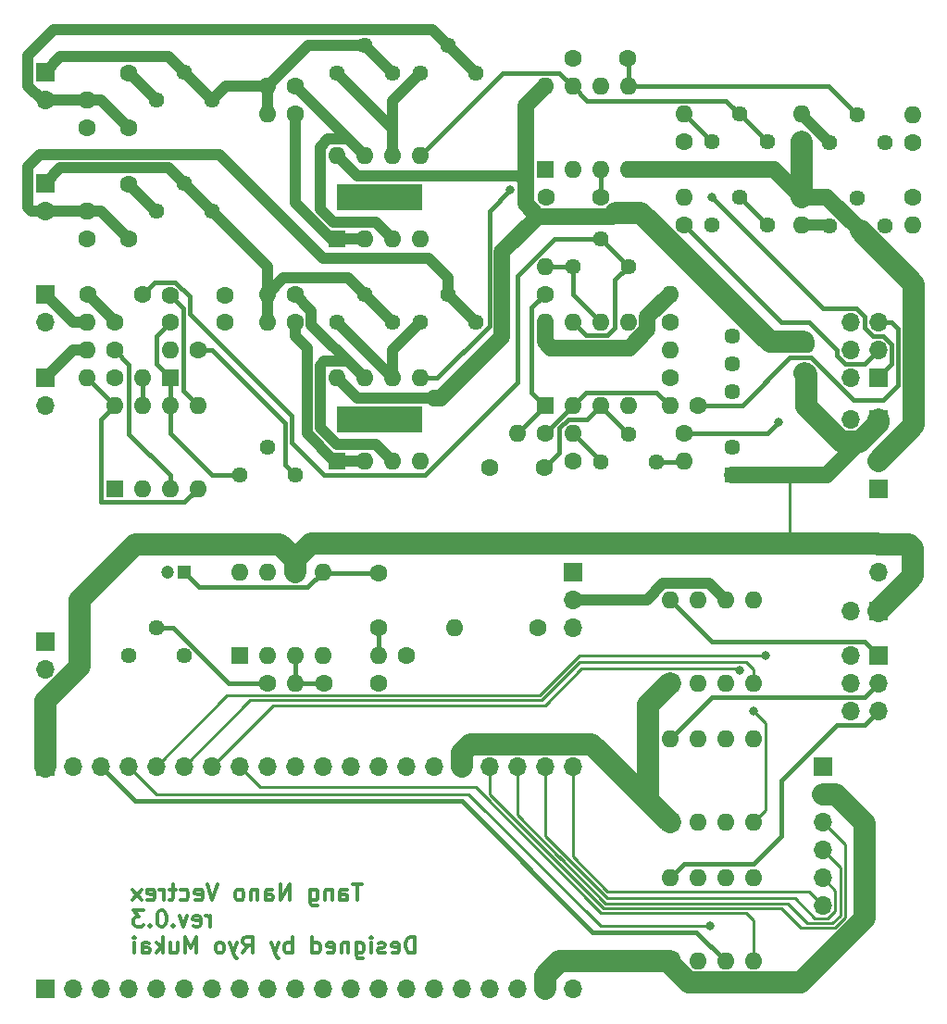
<source format=gbr>
%TF.GenerationSoftware,KiCad,Pcbnew,7.0.7*%
%TF.CreationDate,2023-11-02T14:39:43+09:00*%
%TF.ProjectId,tangnano20k-vectrex,74616e67-6e61-46e6-9f32-306b2d766563,rev?*%
%TF.SameCoordinates,Original*%
%TF.FileFunction,Copper,L2,Bot*%
%TF.FilePolarity,Positive*%
%FSLAX46Y46*%
G04 Gerber Fmt 4.6, Leading zero omitted, Abs format (unit mm)*
G04 Created by KiCad (PCBNEW 7.0.7) date 2023-11-02 14:39:43*
%MOMM*%
%LPD*%
G01*
G04 APERTURE LIST*
%ADD10C,0.300000*%
%TA.AperFunction,NonConductor*%
%ADD11C,0.300000*%
%TD*%
%TA.AperFunction,ComponentPad*%
%ADD12C,1.440000*%
%TD*%
%TA.AperFunction,ComponentPad*%
%ADD13C,1.600000*%
%TD*%
%TA.AperFunction,ComponentPad*%
%ADD14R,1.700000X1.700000*%
%TD*%
%TA.AperFunction,ComponentPad*%
%ADD15O,1.700000X1.700000*%
%TD*%
%TA.AperFunction,ComponentPad*%
%ADD16O,1.600000X1.600000*%
%TD*%
%TA.AperFunction,ComponentPad*%
%ADD17R,1.600000X1.600000*%
%TD*%
%TA.AperFunction,ComponentPad*%
%ADD18R,1.450000X1.450000*%
%TD*%
%TA.AperFunction,ComponentPad*%
%ADD19C,1.450000*%
%TD*%
%TA.AperFunction,ComponentPad*%
%ADD20R,7.874000X2.413000*%
%TD*%
%TA.AperFunction,ComponentPad*%
%ADD21R,1.200000X1.200000*%
%TD*%
%TA.AperFunction,ComponentPad*%
%ADD22C,1.200000*%
%TD*%
%TA.AperFunction,ViaPad*%
%ADD23C,0.800000*%
%TD*%
%TA.AperFunction,Conductor*%
%ADD24C,2.000000*%
%TD*%
%TA.AperFunction,Conductor*%
%ADD25C,1.500000*%
%TD*%
%TA.AperFunction,Conductor*%
%ADD26C,0.250000*%
%TD*%
%TA.AperFunction,Conductor*%
%ADD27C,1.000000*%
%TD*%
%TA.AperFunction,Conductor*%
%ADD28C,0.400000*%
%TD*%
G04 APERTURE END LIST*
D10*
D11*
X31500224Y-79322828D02*
X30643082Y-79322828D01*
X31071653Y-80822828D02*
X31071653Y-79322828D01*
X29500225Y-80822828D02*
X29500225Y-80037114D01*
X29500225Y-80037114D02*
X29571653Y-79894257D01*
X29571653Y-79894257D02*
X29714510Y-79822828D01*
X29714510Y-79822828D02*
X30000225Y-79822828D01*
X30000225Y-79822828D02*
X30143082Y-79894257D01*
X29500225Y-80751400D02*
X29643082Y-80822828D01*
X29643082Y-80822828D02*
X30000225Y-80822828D01*
X30000225Y-80822828D02*
X30143082Y-80751400D01*
X30143082Y-80751400D02*
X30214510Y-80608542D01*
X30214510Y-80608542D02*
X30214510Y-80465685D01*
X30214510Y-80465685D02*
X30143082Y-80322828D01*
X30143082Y-80322828D02*
X30000225Y-80251400D01*
X30000225Y-80251400D02*
X29643082Y-80251400D01*
X29643082Y-80251400D02*
X29500225Y-80179971D01*
X28785939Y-79822828D02*
X28785939Y-80822828D01*
X28785939Y-79965685D02*
X28714510Y-79894257D01*
X28714510Y-79894257D02*
X28571653Y-79822828D01*
X28571653Y-79822828D02*
X28357367Y-79822828D01*
X28357367Y-79822828D02*
X28214510Y-79894257D01*
X28214510Y-79894257D02*
X28143082Y-80037114D01*
X28143082Y-80037114D02*
X28143082Y-80822828D01*
X26785939Y-79822828D02*
X26785939Y-81037114D01*
X26785939Y-81037114D02*
X26857367Y-81179971D01*
X26857367Y-81179971D02*
X26928796Y-81251400D01*
X26928796Y-81251400D02*
X27071653Y-81322828D01*
X27071653Y-81322828D02*
X27285939Y-81322828D01*
X27285939Y-81322828D02*
X27428796Y-81251400D01*
X26785939Y-80751400D02*
X26928796Y-80822828D01*
X26928796Y-80822828D02*
X27214510Y-80822828D01*
X27214510Y-80822828D02*
X27357367Y-80751400D01*
X27357367Y-80751400D02*
X27428796Y-80679971D01*
X27428796Y-80679971D02*
X27500224Y-80537114D01*
X27500224Y-80537114D02*
X27500224Y-80108542D01*
X27500224Y-80108542D02*
X27428796Y-79965685D01*
X27428796Y-79965685D02*
X27357367Y-79894257D01*
X27357367Y-79894257D02*
X27214510Y-79822828D01*
X27214510Y-79822828D02*
X26928796Y-79822828D01*
X26928796Y-79822828D02*
X26785939Y-79894257D01*
X24928796Y-80822828D02*
X24928796Y-79322828D01*
X24928796Y-79322828D02*
X24071653Y-80822828D01*
X24071653Y-80822828D02*
X24071653Y-79322828D01*
X22714510Y-80822828D02*
X22714510Y-80037114D01*
X22714510Y-80037114D02*
X22785938Y-79894257D01*
X22785938Y-79894257D02*
X22928795Y-79822828D01*
X22928795Y-79822828D02*
X23214510Y-79822828D01*
X23214510Y-79822828D02*
X23357367Y-79894257D01*
X22714510Y-80751400D02*
X22857367Y-80822828D01*
X22857367Y-80822828D02*
X23214510Y-80822828D01*
X23214510Y-80822828D02*
X23357367Y-80751400D01*
X23357367Y-80751400D02*
X23428795Y-80608542D01*
X23428795Y-80608542D02*
X23428795Y-80465685D01*
X23428795Y-80465685D02*
X23357367Y-80322828D01*
X23357367Y-80322828D02*
X23214510Y-80251400D01*
X23214510Y-80251400D02*
X22857367Y-80251400D01*
X22857367Y-80251400D02*
X22714510Y-80179971D01*
X22000224Y-79822828D02*
X22000224Y-80822828D01*
X22000224Y-79965685D02*
X21928795Y-79894257D01*
X21928795Y-79894257D02*
X21785938Y-79822828D01*
X21785938Y-79822828D02*
X21571652Y-79822828D01*
X21571652Y-79822828D02*
X21428795Y-79894257D01*
X21428795Y-79894257D02*
X21357367Y-80037114D01*
X21357367Y-80037114D02*
X21357367Y-80822828D01*
X20428795Y-80822828D02*
X20571652Y-80751400D01*
X20571652Y-80751400D02*
X20643081Y-80679971D01*
X20643081Y-80679971D02*
X20714509Y-80537114D01*
X20714509Y-80537114D02*
X20714509Y-80108542D01*
X20714509Y-80108542D02*
X20643081Y-79965685D01*
X20643081Y-79965685D02*
X20571652Y-79894257D01*
X20571652Y-79894257D02*
X20428795Y-79822828D01*
X20428795Y-79822828D02*
X20214509Y-79822828D01*
X20214509Y-79822828D02*
X20071652Y-79894257D01*
X20071652Y-79894257D02*
X20000224Y-79965685D01*
X20000224Y-79965685D02*
X19928795Y-80108542D01*
X19928795Y-80108542D02*
X19928795Y-80537114D01*
X19928795Y-80537114D02*
X20000224Y-80679971D01*
X20000224Y-80679971D02*
X20071652Y-80751400D01*
X20071652Y-80751400D02*
X20214509Y-80822828D01*
X20214509Y-80822828D02*
X20428795Y-80822828D01*
X18357366Y-79322828D02*
X17857366Y-80822828D01*
X17857366Y-80822828D02*
X17357366Y-79322828D01*
X16285938Y-80751400D02*
X16428795Y-80822828D01*
X16428795Y-80822828D02*
X16714510Y-80822828D01*
X16714510Y-80822828D02*
X16857367Y-80751400D01*
X16857367Y-80751400D02*
X16928795Y-80608542D01*
X16928795Y-80608542D02*
X16928795Y-80037114D01*
X16928795Y-80037114D02*
X16857367Y-79894257D01*
X16857367Y-79894257D02*
X16714510Y-79822828D01*
X16714510Y-79822828D02*
X16428795Y-79822828D01*
X16428795Y-79822828D02*
X16285938Y-79894257D01*
X16285938Y-79894257D02*
X16214510Y-80037114D01*
X16214510Y-80037114D02*
X16214510Y-80179971D01*
X16214510Y-80179971D02*
X16928795Y-80322828D01*
X14928796Y-80751400D02*
X15071653Y-80822828D01*
X15071653Y-80822828D02*
X15357367Y-80822828D01*
X15357367Y-80822828D02*
X15500224Y-80751400D01*
X15500224Y-80751400D02*
X15571653Y-80679971D01*
X15571653Y-80679971D02*
X15643081Y-80537114D01*
X15643081Y-80537114D02*
X15643081Y-80108542D01*
X15643081Y-80108542D02*
X15571653Y-79965685D01*
X15571653Y-79965685D02*
X15500224Y-79894257D01*
X15500224Y-79894257D02*
X15357367Y-79822828D01*
X15357367Y-79822828D02*
X15071653Y-79822828D01*
X15071653Y-79822828D02*
X14928796Y-79894257D01*
X14500224Y-79822828D02*
X13928796Y-79822828D01*
X14285939Y-79322828D02*
X14285939Y-80608542D01*
X14285939Y-80608542D02*
X14214510Y-80751400D01*
X14214510Y-80751400D02*
X14071653Y-80822828D01*
X14071653Y-80822828D02*
X13928796Y-80822828D01*
X13428796Y-80822828D02*
X13428796Y-79822828D01*
X13428796Y-80108542D02*
X13357367Y-79965685D01*
X13357367Y-79965685D02*
X13285939Y-79894257D01*
X13285939Y-79894257D02*
X13143081Y-79822828D01*
X13143081Y-79822828D02*
X13000224Y-79822828D01*
X11928796Y-80751400D02*
X12071653Y-80822828D01*
X12071653Y-80822828D02*
X12357368Y-80822828D01*
X12357368Y-80822828D02*
X12500225Y-80751400D01*
X12500225Y-80751400D02*
X12571653Y-80608542D01*
X12571653Y-80608542D02*
X12571653Y-80037114D01*
X12571653Y-80037114D02*
X12500225Y-79894257D01*
X12500225Y-79894257D02*
X12357368Y-79822828D01*
X12357368Y-79822828D02*
X12071653Y-79822828D01*
X12071653Y-79822828D02*
X11928796Y-79894257D01*
X11928796Y-79894257D02*
X11857368Y-80037114D01*
X11857368Y-80037114D02*
X11857368Y-80179971D01*
X11857368Y-80179971D02*
X12571653Y-80322828D01*
X11357368Y-80822828D02*
X10571654Y-79822828D01*
X11357368Y-79822828D02*
X10571654Y-80822828D01*
X17643081Y-83237828D02*
X17643081Y-82237828D01*
X17643081Y-82523542D02*
X17571652Y-82380685D01*
X17571652Y-82380685D02*
X17500224Y-82309257D01*
X17500224Y-82309257D02*
X17357366Y-82237828D01*
X17357366Y-82237828D02*
X17214509Y-82237828D01*
X16143081Y-83166400D02*
X16285938Y-83237828D01*
X16285938Y-83237828D02*
X16571653Y-83237828D01*
X16571653Y-83237828D02*
X16714510Y-83166400D01*
X16714510Y-83166400D02*
X16785938Y-83023542D01*
X16785938Y-83023542D02*
X16785938Y-82452114D01*
X16785938Y-82452114D02*
X16714510Y-82309257D01*
X16714510Y-82309257D02*
X16571653Y-82237828D01*
X16571653Y-82237828D02*
X16285938Y-82237828D01*
X16285938Y-82237828D02*
X16143081Y-82309257D01*
X16143081Y-82309257D02*
X16071653Y-82452114D01*
X16071653Y-82452114D02*
X16071653Y-82594971D01*
X16071653Y-82594971D02*
X16785938Y-82737828D01*
X15571653Y-82237828D02*
X15214510Y-83237828D01*
X15214510Y-83237828D02*
X14857367Y-82237828D01*
X14285939Y-83094971D02*
X14214510Y-83166400D01*
X14214510Y-83166400D02*
X14285939Y-83237828D01*
X14285939Y-83237828D02*
X14357367Y-83166400D01*
X14357367Y-83166400D02*
X14285939Y-83094971D01*
X14285939Y-83094971D02*
X14285939Y-83237828D01*
X13285938Y-81737828D02*
X13143081Y-81737828D01*
X13143081Y-81737828D02*
X13000224Y-81809257D01*
X13000224Y-81809257D02*
X12928796Y-81880685D01*
X12928796Y-81880685D02*
X12857367Y-82023542D01*
X12857367Y-82023542D02*
X12785938Y-82309257D01*
X12785938Y-82309257D02*
X12785938Y-82666400D01*
X12785938Y-82666400D02*
X12857367Y-82952114D01*
X12857367Y-82952114D02*
X12928796Y-83094971D01*
X12928796Y-83094971D02*
X13000224Y-83166400D01*
X13000224Y-83166400D02*
X13143081Y-83237828D01*
X13143081Y-83237828D02*
X13285938Y-83237828D01*
X13285938Y-83237828D02*
X13428796Y-83166400D01*
X13428796Y-83166400D02*
X13500224Y-83094971D01*
X13500224Y-83094971D02*
X13571653Y-82952114D01*
X13571653Y-82952114D02*
X13643081Y-82666400D01*
X13643081Y-82666400D02*
X13643081Y-82309257D01*
X13643081Y-82309257D02*
X13571653Y-82023542D01*
X13571653Y-82023542D02*
X13500224Y-81880685D01*
X13500224Y-81880685D02*
X13428796Y-81809257D01*
X13428796Y-81809257D02*
X13285938Y-81737828D01*
X12143082Y-83094971D02*
X12071653Y-83166400D01*
X12071653Y-83166400D02*
X12143082Y-83237828D01*
X12143082Y-83237828D02*
X12214510Y-83166400D01*
X12214510Y-83166400D02*
X12143082Y-83094971D01*
X12143082Y-83094971D02*
X12143082Y-83237828D01*
X11571653Y-81737828D02*
X10643081Y-81737828D01*
X10643081Y-81737828D02*
X11143081Y-82309257D01*
X11143081Y-82309257D02*
X10928796Y-82309257D01*
X10928796Y-82309257D02*
X10785939Y-82380685D01*
X10785939Y-82380685D02*
X10714510Y-82452114D01*
X10714510Y-82452114D02*
X10643081Y-82594971D01*
X10643081Y-82594971D02*
X10643081Y-82952114D01*
X10643081Y-82952114D02*
X10714510Y-83094971D01*
X10714510Y-83094971D02*
X10785939Y-83166400D01*
X10785939Y-83166400D02*
X10928796Y-83237828D01*
X10928796Y-83237828D02*
X11357367Y-83237828D01*
X11357367Y-83237828D02*
X11500224Y-83166400D01*
X11500224Y-83166400D02*
X11571653Y-83094971D01*
X36357369Y-85652828D02*
X36357369Y-84152828D01*
X36357369Y-84152828D02*
X36000226Y-84152828D01*
X36000226Y-84152828D02*
X35785940Y-84224257D01*
X35785940Y-84224257D02*
X35643083Y-84367114D01*
X35643083Y-84367114D02*
X35571654Y-84509971D01*
X35571654Y-84509971D02*
X35500226Y-84795685D01*
X35500226Y-84795685D02*
X35500226Y-85009971D01*
X35500226Y-85009971D02*
X35571654Y-85295685D01*
X35571654Y-85295685D02*
X35643083Y-85438542D01*
X35643083Y-85438542D02*
X35785940Y-85581400D01*
X35785940Y-85581400D02*
X36000226Y-85652828D01*
X36000226Y-85652828D02*
X36357369Y-85652828D01*
X34285940Y-85581400D02*
X34428797Y-85652828D01*
X34428797Y-85652828D02*
X34714512Y-85652828D01*
X34714512Y-85652828D02*
X34857369Y-85581400D01*
X34857369Y-85581400D02*
X34928797Y-85438542D01*
X34928797Y-85438542D02*
X34928797Y-84867114D01*
X34928797Y-84867114D02*
X34857369Y-84724257D01*
X34857369Y-84724257D02*
X34714512Y-84652828D01*
X34714512Y-84652828D02*
X34428797Y-84652828D01*
X34428797Y-84652828D02*
X34285940Y-84724257D01*
X34285940Y-84724257D02*
X34214512Y-84867114D01*
X34214512Y-84867114D02*
X34214512Y-85009971D01*
X34214512Y-85009971D02*
X34928797Y-85152828D01*
X33643083Y-85581400D02*
X33500226Y-85652828D01*
X33500226Y-85652828D02*
X33214512Y-85652828D01*
X33214512Y-85652828D02*
X33071655Y-85581400D01*
X33071655Y-85581400D02*
X33000226Y-85438542D01*
X33000226Y-85438542D02*
X33000226Y-85367114D01*
X33000226Y-85367114D02*
X33071655Y-85224257D01*
X33071655Y-85224257D02*
X33214512Y-85152828D01*
X33214512Y-85152828D02*
X33428798Y-85152828D01*
X33428798Y-85152828D02*
X33571655Y-85081400D01*
X33571655Y-85081400D02*
X33643083Y-84938542D01*
X33643083Y-84938542D02*
X33643083Y-84867114D01*
X33643083Y-84867114D02*
X33571655Y-84724257D01*
X33571655Y-84724257D02*
X33428798Y-84652828D01*
X33428798Y-84652828D02*
X33214512Y-84652828D01*
X33214512Y-84652828D02*
X33071655Y-84724257D01*
X32357369Y-85652828D02*
X32357369Y-84652828D01*
X32357369Y-84152828D02*
X32428797Y-84224257D01*
X32428797Y-84224257D02*
X32357369Y-84295685D01*
X32357369Y-84295685D02*
X32285940Y-84224257D01*
X32285940Y-84224257D02*
X32357369Y-84152828D01*
X32357369Y-84152828D02*
X32357369Y-84295685D01*
X31000226Y-84652828D02*
X31000226Y-85867114D01*
X31000226Y-85867114D02*
X31071654Y-86009971D01*
X31071654Y-86009971D02*
X31143083Y-86081400D01*
X31143083Y-86081400D02*
X31285940Y-86152828D01*
X31285940Y-86152828D02*
X31500226Y-86152828D01*
X31500226Y-86152828D02*
X31643083Y-86081400D01*
X31000226Y-85581400D02*
X31143083Y-85652828D01*
X31143083Y-85652828D02*
X31428797Y-85652828D01*
X31428797Y-85652828D02*
X31571654Y-85581400D01*
X31571654Y-85581400D02*
X31643083Y-85509971D01*
X31643083Y-85509971D02*
X31714511Y-85367114D01*
X31714511Y-85367114D02*
X31714511Y-84938542D01*
X31714511Y-84938542D02*
X31643083Y-84795685D01*
X31643083Y-84795685D02*
X31571654Y-84724257D01*
X31571654Y-84724257D02*
X31428797Y-84652828D01*
X31428797Y-84652828D02*
X31143083Y-84652828D01*
X31143083Y-84652828D02*
X31000226Y-84724257D01*
X30285940Y-84652828D02*
X30285940Y-85652828D01*
X30285940Y-84795685D02*
X30214511Y-84724257D01*
X30214511Y-84724257D02*
X30071654Y-84652828D01*
X30071654Y-84652828D02*
X29857368Y-84652828D01*
X29857368Y-84652828D02*
X29714511Y-84724257D01*
X29714511Y-84724257D02*
X29643083Y-84867114D01*
X29643083Y-84867114D02*
X29643083Y-85652828D01*
X28357368Y-85581400D02*
X28500225Y-85652828D01*
X28500225Y-85652828D02*
X28785940Y-85652828D01*
X28785940Y-85652828D02*
X28928797Y-85581400D01*
X28928797Y-85581400D02*
X29000225Y-85438542D01*
X29000225Y-85438542D02*
X29000225Y-84867114D01*
X29000225Y-84867114D02*
X28928797Y-84724257D01*
X28928797Y-84724257D02*
X28785940Y-84652828D01*
X28785940Y-84652828D02*
X28500225Y-84652828D01*
X28500225Y-84652828D02*
X28357368Y-84724257D01*
X28357368Y-84724257D02*
X28285940Y-84867114D01*
X28285940Y-84867114D02*
X28285940Y-85009971D01*
X28285940Y-85009971D02*
X29000225Y-85152828D01*
X27000226Y-85652828D02*
X27000226Y-84152828D01*
X27000226Y-85581400D02*
X27143083Y-85652828D01*
X27143083Y-85652828D02*
X27428797Y-85652828D01*
X27428797Y-85652828D02*
X27571654Y-85581400D01*
X27571654Y-85581400D02*
X27643083Y-85509971D01*
X27643083Y-85509971D02*
X27714511Y-85367114D01*
X27714511Y-85367114D02*
X27714511Y-84938542D01*
X27714511Y-84938542D02*
X27643083Y-84795685D01*
X27643083Y-84795685D02*
X27571654Y-84724257D01*
X27571654Y-84724257D02*
X27428797Y-84652828D01*
X27428797Y-84652828D02*
X27143083Y-84652828D01*
X27143083Y-84652828D02*
X27000226Y-84724257D01*
X25143083Y-85652828D02*
X25143083Y-84152828D01*
X25143083Y-84724257D02*
X25000226Y-84652828D01*
X25000226Y-84652828D02*
X24714511Y-84652828D01*
X24714511Y-84652828D02*
X24571654Y-84724257D01*
X24571654Y-84724257D02*
X24500226Y-84795685D01*
X24500226Y-84795685D02*
X24428797Y-84938542D01*
X24428797Y-84938542D02*
X24428797Y-85367114D01*
X24428797Y-85367114D02*
X24500226Y-85509971D01*
X24500226Y-85509971D02*
X24571654Y-85581400D01*
X24571654Y-85581400D02*
X24714511Y-85652828D01*
X24714511Y-85652828D02*
X25000226Y-85652828D01*
X25000226Y-85652828D02*
X25143083Y-85581400D01*
X23928797Y-84652828D02*
X23571654Y-85652828D01*
X23214511Y-84652828D02*
X23571654Y-85652828D01*
X23571654Y-85652828D02*
X23714511Y-86009971D01*
X23714511Y-86009971D02*
X23785940Y-86081400D01*
X23785940Y-86081400D02*
X23928797Y-86152828D01*
X20643083Y-85652828D02*
X21143083Y-84938542D01*
X21500226Y-85652828D02*
X21500226Y-84152828D01*
X21500226Y-84152828D02*
X20928797Y-84152828D01*
X20928797Y-84152828D02*
X20785940Y-84224257D01*
X20785940Y-84224257D02*
X20714511Y-84295685D01*
X20714511Y-84295685D02*
X20643083Y-84438542D01*
X20643083Y-84438542D02*
X20643083Y-84652828D01*
X20643083Y-84652828D02*
X20714511Y-84795685D01*
X20714511Y-84795685D02*
X20785940Y-84867114D01*
X20785940Y-84867114D02*
X20928797Y-84938542D01*
X20928797Y-84938542D02*
X21500226Y-84938542D01*
X20143083Y-84652828D02*
X19785940Y-85652828D01*
X19428797Y-84652828D02*
X19785940Y-85652828D01*
X19785940Y-85652828D02*
X19928797Y-86009971D01*
X19928797Y-86009971D02*
X20000226Y-86081400D01*
X20000226Y-86081400D02*
X20143083Y-86152828D01*
X18643083Y-85652828D02*
X18785940Y-85581400D01*
X18785940Y-85581400D02*
X18857369Y-85509971D01*
X18857369Y-85509971D02*
X18928797Y-85367114D01*
X18928797Y-85367114D02*
X18928797Y-84938542D01*
X18928797Y-84938542D02*
X18857369Y-84795685D01*
X18857369Y-84795685D02*
X18785940Y-84724257D01*
X18785940Y-84724257D02*
X18643083Y-84652828D01*
X18643083Y-84652828D02*
X18428797Y-84652828D01*
X18428797Y-84652828D02*
X18285940Y-84724257D01*
X18285940Y-84724257D02*
X18214512Y-84795685D01*
X18214512Y-84795685D02*
X18143083Y-84938542D01*
X18143083Y-84938542D02*
X18143083Y-85367114D01*
X18143083Y-85367114D02*
X18214512Y-85509971D01*
X18214512Y-85509971D02*
X18285940Y-85581400D01*
X18285940Y-85581400D02*
X18428797Y-85652828D01*
X18428797Y-85652828D02*
X18643083Y-85652828D01*
X16357369Y-85652828D02*
X16357369Y-84152828D01*
X16357369Y-84152828D02*
X15857369Y-85224257D01*
X15857369Y-85224257D02*
X15357369Y-84152828D01*
X15357369Y-84152828D02*
X15357369Y-85652828D01*
X14000226Y-84652828D02*
X14000226Y-85652828D01*
X14643083Y-84652828D02*
X14643083Y-85438542D01*
X14643083Y-85438542D02*
X14571654Y-85581400D01*
X14571654Y-85581400D02*
X14428797Y-85652828D01*
X14428797Y-85652828D02*
X14214511Y-85652828D01*
X14214511Y-85652828D02*
X14071654Y-85581400D01*
X14071654Y-85581400D02*
X14000226Y-85509971D01*
X13285940Y-85652828D02*
X13285940Y-84152828D01*
X13143083Y-85081400D02*
X12714511Y-85652828D01*
X12714511Y-84652828D02*
X13285940Y-85224257D01*
X11428797Y-85652828D02*
X11428797Y-84867114D01*
X11428797Y-84867114D02*
X11500225Y-84724257D01*
X11500225Y-84724257D02*
X11643082Y-84652828D01*
X11643082Y-84652828D02*
X11928797Y-84652828D01*
X11928797Y-84652828D02*
X12071654Y-84724257D01*
X11428797Y-85581400D02*
X11571654Y-85652828D01*
X11571654Y-85652828D02*
X11928797Y-85652828D01*
X11928797Y-85652828D02*
X12071654Y-85581400D01*
X12071654Y-85581400D02*
X12143082Y-85438542D01*
X12143082Y-85438542D02*
X12143082Y-85295685D01*
X12143082Y-85295685D02*
X12071654Y-85152828D01*
X12071654Y-85152828D02*
X11928797Y-85081400D01*
X11928797Y-85081400D02*
X11571654Y-85081400D01*
X11571654Y-85081400D02*
X11428797Y-85009971D01*
X10714511Y-85652828D02*
X10714511Y-84652828D01*
X10714511Y-84152828D02*
X10785939Y-84224257D01*
X10785939Y-84224257D02*
X10714511Y-84295685D01*
X10714511Y-84295685D02*
X10643082Y-84224257D01*
X10643082Y-84224257D02*
X10714511Y-84152828D01*
X10714511Y-84152828D02*
X10714511Y-84295685D01*
D12*
%TO.P,RV13,1,1*%
%TO.N,Net-(D1-K)*%
X20320000Y-41910000D03*
%TO.P,RV13,2,2*%
X22860000Y-39370000D03*
%TO.P,RV13,3,3*%
%TO.N,Net-(R22-Pad1)*%
X25400000Y-41910000D03*
%TD*%
D13*
%TO.P,C26,1*%
%TO.N,Net-(C26-Pad1)*%
X10160000Y-15320000D03*
%TO.P,C26,2*%
%TO.N,Net-(J9-Pin_2)*%
X10160000Y-20320000D03*
%TD*%
D14*
%TO.P,J4,1,Pin_1*%
%TO.N,+5V*%
X78740000Y-48260000D03*
D15*
%TO.P,J4,2,Pin_2*%
%TO.N,GND*%
X78740000Y-50800000D03*
%TD*%
D13*
%TO.P,R25,1*%
%TO.N,-15V*%
X59690000Y-33020000D03*
D16*
%TO.P,R25,2*%
%TO.N,GND*%
X59690000Y-30480000D03*
%TD*%
D13*
%TO.P,R18,1*%
%TO.N,beam_z0*%
X62230000Y-35560000D03*
D16*
%TO.P,R18,2*%
%TO.N,Net-(U9A--)*%
X59690000Y-35560000D03*
%TD*%
D14*
%TO.P,J11,1,Pin_1*%
%TO.N,+5V*%
X78740000Y-36830000D03*
D15*
%TO.P,J11,2,Pin_2*%
%TO.N,GND*%
X76200000Y-36830000D03*
%TD*%
D17*
%TO.P,U6,1*%
%TO.N,Net-(U8B-+)*%
X48260000Y-13970000D03*
D16*
%TO.P,U6,2,-*%
%TO.N,Net-(U6A--)*%
X50800000Y-13970000D03*
%TO.P,U6,3,+*%
%TO.N,Net-(U6A-+)*%
X53340000Y-13970000D03*
%TO.P,U6,4,V-*%
%TO.N,-5VA*%
X55880000Y-13970000D03*
%TO.P,U6,5,+*%
%TO.N,Net-(U6B-+)*%
X55880000Y-6350000D03*
%TO.P,U6,6,-*%
%TO.N,Net-(U6B--)*%
X53340000Y-6350000D03*
%TO.P,U6,7*%
%TO.N,Net-(U7B-+)*%
X50800000Y-6350000D03*
%TO.P,U6,8,V+*%
%TO.N,+5VA*%
X48260000Y-6350000D03*
%TD*%
D13*
%TO.P,R4,1*%
%TO.N,+5VA*%
X81930000Y-11505000D03*
D16*
%TO.P,R4,2*%
%TO.N,Net-(R4-Pad2)*%
X81930000Y-8965000D03*
%TD*%
D18*
%TO.P,PS1,1,+VIN*%
%TO.N,+5V*%
X65405000Y-41910000D03*
D19*
%TO.P,PS1,2,-VIN*%
%TO.N,GND*%
X65405000Y-39370000D03*
%TO.P,PS1,4,-VOUT*%
%TO.N,-15V*%
X65405000Y-34290000D03*
%TO.P,PS1,5,COM*%
%TO.N,GND*%
X65405000Y-31750000D03*
%TO.P,PS1,6,+VOUT*%
%TO.N,+15V*%
X65405000Y-29210000D03*
%TD*%
D12*
%TO.P,RV7,1,1*%
%TO.N,Net-(U7B--)*%
X36830000Y-5155000D03*
%TO.P,RV7,2,2*%
%TO.N,Net-(J8-Pin_2)*%
X39370000Y-2615000D03*
%TO.P,RV7,3,3*%
X41910000Y-5155000D03*
%TD*%
D13*
%TO.P,R23,1*%
%TO.N,Net-(U10-Q)*%
X8890000Y-30480000D03*
D16*
%TO.P,R23,2*%
%TO.N,Net-(J13-Pin_1)*%
X6350000Y-30480000D03*
%TD*%
D14*
%TO.P,J7,1,Pin_1*%
%TO.N,beam_x0*%
X78740000Y-33020000D03*
D15*
%TO.P,J7,2,Pin_2*%
%TO.N,GND*%
X76200000Y-33020000D03*
%TO.P,J7,3,Pin_3*%
%TO.N,beam_y0*%
X78740000Y-30480000D03*
%TO.P,J7,4,Pin_4*%
%TO.N,GND*%
X76200000Y-30480000D03*
%TO.P,J7,5,Pin_5*%
%TO.N,beam_z0*%
X78740000Y-27940000D03*
%TO.P,J7,6,Pin_6*%
%TO.N,GND*%
X76200000Y-27940000D03*
%TD*%
D12*
%TO.P,RV12,1,1*%
%TO.N,Net-(R17-Pad2)*%
X53355000Y-40715000D03*
%TO.P,RV12,2,2*%
%TO.N,Net-(U9A-+)*%
X55895000Y-38175000D03*
%TO.P,RV12,3,3*%
%TO.N,Net-(R16-Pad2)*%
X58435000Y-40715000D03*
%TD*%
D14*
%TO.P,J2,1,Pin_1*%
%TO.N,unconnected-(J2-Pin_1-Pad1)*%
X2540000Y-88900000D03*
D15*
%TO.P,J2,2,Pin_2*%
%TO.N,unconnected-(J2-Pin_2-Pad2)*%
X5080000Y-88900000D03*
%TO.P,J2,3,Pin_3*%
%TO.N,unconnected-(J2-Pin_3-Pad3)*%
X7620000Y-88900000D03*
%TO.P,J2,4,Pin_4*%
%TO.N,unconnected-(J2-Pin_4-Pad4)*%
X10160000Y-88900000D03*
%TO.P,J2,5,Pin_5*%
%TO.N,unconnected-(J2-Pin_5-Pad5)*%
X12700000Y-88900000D03*
%TO.P,J2,6,Pin_6*%
%TO.N,unconnected-(J2-Pin_6-Pad6)*%
X15240000Y-88900000D03*
%TO.P,J2,7,Pin_7*%
%TO.N,unconnected-(J2-Pin_7-Pad7)*%
X17780000Y-88900000D03*
%TO.P,J2,8,Pin_8*%
%TO.N,unconnected-(J2-Pin_8-Pad8)*%
X20320000Y-88900000D03*
%TO.P,J2,9,Pin_9*%
%TO.N,unconnected-(J2-Pin_9-Pad9)*%
X22860000Y-88900000D03*
%TO.P,J2,10,Pin_10*%
%TO.N,unconnected-(J2-Pin_10-Pad10)*%
X25400000Y-88900000D03*
%TO.P,J2,11,Pin_11*%
%TO.N,unconnected-(J2-Pin_11-Pad11)*%
X27940000Y-88900000D03*
%TO.P,J2,12,Pin_12*%
%TO.N,unconnected-(J2-Pin_12-Pad12)*%
X30480000Y-88900000D03*
%TO.P,J2,13,Pin_13*%
%TO.N,unconnected-(J2-Pin_13-Pad13)*%
X33020000Y-88900000D03*
%TO.P,J2,14,Pin_14*%
%TO.N,unconnected-(J2-Pin_14-Pad14)*%
X35560000Y-88900000D03*
%TO.P,J2,15,Pin_15*%
%TO.N,unconnected-(J2-Pin_15-Pad15)*%
X38100000Y-88900000D03*
%TO.P,J2,16,Pin_16*%
%TO.N,unconnected-(J2-Pin_16-Pad16)*%
X40640000Y-88900000D03*
%TO.P,J2,17,Pin_17*%
%TO.N,unconnected-(J2-Pin_17-Pad17)*%
X43180000Y-88900000D03*
%TO.P,J2,18,Pin_18*%
%TO.N,unconnected-(J2-Pin_18-Pad18)*%
X45720000Y-88900000D03*
%TO.P,J2,19,Pin_19*%
%TO.N,+3.3V*%
X48260000Y-88900000D03*
%TO.P,J2,20,Pin_20*%
%TO.N,GND*%
X50800000Y-88900000D03*
%TD*%
D13*
%TO.P,C27,1*%
%TO.N,Net-(U10-CV)*%
X13970000Y-25480000D03*
%TO.P,C27,2*%
%TO.N,GND*%
X18970000Y-25480000D03*
%TD*%
%TO.P,R24,1*%
%TO.N,GND*%
X59690000Y-27940000D03*
D16*
%TO.P,R24,2*%
%TO.N,+15V*%
X59690000Y-25400000D03*
%TD*%
D20*
%TO.P,U8,*%
%TO.N,*%
X33147000Y-36830000D03*
D17*
%TO.P,U8,1*%
%TO.N,Net-(U8A--)*%
X29210000Y-40640000D03*
D16*
%TO.P,U8,2,-*%
X31750000Y-40640000D03*
%TO.P,U8,3,+*%
%TO.N,Net-(U8A-+)*%
X34290000Y-40640000D03*
%TO.P,U8,4,V-*%
%TO.N,-5VA*%
X36830000Y-40640000D03*
%TO.P,U8,5,+*%
%TO.N,Net-(U8B-+)*%
X36830000Y-33020000D03*
%TO.P,U8,6,-*%
%TO.N,Net-(U8B--)*%
X34290000Y-33020000D03*
%TO.P,U8,7*%
%TO.N,Net-(U8A-+)*%
X31750000Y-33020000D03*
%TO.P,U8,8,V+*%
%TO.N,+5VA*%
X29210000Y-33020000D03*
%TD*%
D13*
%TO.P,C16,1*%
%TO.N,Net-(U6A-+)*%
X53340000Y-16510000D03*
%TO.P,C16,2*%
%TO.N,GND*%
X48340000Y-16510000D03*
%TD*%
D14*
%TO.P,J1,1,Pin_1*%
%TO.N,GND*%
X73660000Y-68580000D03*
D15*
%TO.P,J1,2,Pin_2*%
%TO.N,+3.3V*%
X73660000Y-71120000D03*
%TO.P,J1,3,Pin_3*%
%TO.N,joystick_cs2*%
X73660000Y-73660000D03*
%TO.P,J1,4,Pin_4*%
%TO.N,joystick_miso2*%
X73660000Y-76200000D03*
%TO.P,J1,5,Pin_5*%
%TO.N,joystick_mosi2*%
X73660000Y-78740000D03*
%TO.P,J1,6,Pin_6*%
%TO.N,joystick_clk2*%
X73660000Y-81280000D03*
%TD*%
D13*
%TO.P,R12,1*%
%TO.N,Net-(U8A-+)*%
X25400000Y-25400000D03*
D16*
%TO.P,R12,2*%
%TO.N,Net-(J9-Pin_1)*%
X22860000Y-25400000D03*
%TD*%
D13*
%TO.P,R26,1*%
%TO.N,Net-(C35-Pad2)*%
X8890000Y-27940000D03*
D16*
%TO.P,R26,2*%
%TO.N,Net-(J14-Pin_1)*%
X6350000Y-27940000D03*
%TD*%
D13*
%TO.P,R9,1*%
%TO.N,beam_y0*%
X60960000Y-19050000D03*
D16*
%TO.P,R9,2*%
%TO.N,Net-(U6A--)*%
X60960000Y-16510000D03*
%TD*%
D13*
%TO.P,R7,1*%
%TO.N,-5VA*%
X71755000Y-16510000D03*
D16*
%TO.P,R7,2*%
%TO.N,Net-(R7-Pad2)*%
X71755000Y-19050000D03*
%TD*%
D12*
%TO.P,RV9,1,1*%
%TO.N,Net-(U8B--)*%
X36845000Y-27940000D03*
%TO.P,RV9,2,2*%
%TO.N,Net-(J9-Pin_2)*%
X39385000Y-25400000D03*
%TO.P,RV9,3,3*%
X41925000Y-27940000D03*
%TD*%
%TO.P,RV6,1,1*%
%TO.N,Net-(U7B--)*%
X29210000Y-5155000D03*
%TO.P,RV6,2,2*%
%TO.N,Net-(J8-Pin_1)*%
X31750000Y-2615000D03*
%TO.P,RV6,3,3*%
X34290000Y-5155000D03*
%TD*%
D14*
%TO.P,J5,1,Pin_1*%
%TO.N,Net-(J5-Pin_1)*%
X50800000Y-50800000D03*
D15*
%TO.P,J5,2,Pin_2*%
%TO.N,Vref*%
X50800000Y-53340000D03*
%TO.P,J5,3,Pin_3*%
%TO.N,Net-(J5-Pin_3)*%
X50800000Y-55880000D03*
%TD*%
D14*
%TO.P,J8,1,Pin_1*%
%TO.N,Net-(J8-Pin_1)*%
X2540000Y-5080000D03*
D15*
%TO.P,J8,2,Pin_2*%
%TO.N,Net-(J8-Pin_2)*%
X2540000Y-7620000D03*
%TD*%
D13*
%TO.P,FB1,1*%
%TO.N,+5V*%
X72136000Y-32512000D03*
D16*
%TO.P,FB1,2*%
%TO.N,+5VA*%
X72136000Y-29972000D03*
%TD*%
D13*
%TO.P,R15,1*%
%TO.N,GND*%
X6350000Y-20320000D03*
D16*
%TO.P,R15,2*%
%TO.N,Net-(J9-Pin_2)*%
X6350000Y-17780000D03*
%TD*%
D14*
%TO.P,J13,1,Pin_1*%
%TO.N,Net-(J13-Pin_1)*%
X2540000Y-33020000D03*
D15*
%TO.P,J13,2,Pin_2*%
%TO.N,GND*%
X2540000Y-35560000D03*
%TD*%
D20*
%TO.P,U7,*%
%TO.N,*%
X33147000Y-16510000D03*
D17*
%TO.P,U7,1*%
%TO.N,Net-(U7A--)*%
X29210000Y-20320000D03*
D16*
%TO.P,U7,2,-*%
X31750000Y-20320000D03*
%TO.P,U7,3,+*%
%TO.N,Net-(U7A-+)*%
X34290000Y-20320000D03*
%TO.P,U7,4,V-*%
%TO.N,-5VA*%
X36830000Y-20320000D03*
%TO.P,U7,5,+*%
%TO.N,Net-(U7B-+)*%
X36830000Y-12700000D03*
%TO.P,U7,6,-*%
%TO.N,Net-(U7B--)*%
X34290000Y-12700000D03*
%TO.P,U7,7*%
%TO.N,Net-(U7A-+)*%
X31750000Y-12700000D03*
%TO.P,U7,8,V+*%
%TO.N,+5VA*%
X29210000Y-12700000D03*
%TD*%
D17*
%TO.P,U4,1,Vdd*%
%TO.N,+3.3V*%
X59690000Y-86360000D03*
D16*
%TO.P,U4,2,~{CS}*%
%TO.N,dac_cs_n*%
X62230000Y-86360000D03*
%TO.P,U4,3,SCK*%
%TO.N,dac_clk*%
X64770000Y-86360000D03*
%TO.P,U4,4,SDI*%
%TO.N,dac_sd2*%
X67310000Y-86360000D03*
%TO.P,U4,5,~{LDAC}*%
%TO.N,dac_ld_n*%
X67310000Y-78740000D03*
%TO.P,U4,6,Vref*%
%TO.N,Vref*%
X64770000Y-78740000D03*
%TO.P,U4,7,Vss*%
%TO.N,GND*%
X62230000Y-78740000D03*
%TO.P,U4,8,Vout*%
%TO.N,beam_z*%
X59690000Y-78740000D03*
%TD*%
D17*
%TO.P,U3,1,Vdd*%
%TO.N,+3.3V*%
X59690000Y-73660000D03*
D16*
%TO.P,U3,2,~{CS}*%
%TO.N,dac_cs_n*%
X62230000Y-73660000D03*
%TO.P,U3,3,SCK*%
%TO.N,dac_clk*%
X64770000Y-73660000D03*
%TO.P,U3,4,SDI*%
%TO.N,dac_sd1*%
X67310000Y-73660000D03*
%TO.P,U3,5,~{LDAC}*%
%TO.N,dac_ld_n*%
X67310000Y-66040000D03*
%TO.P,U3,6,Vref*%
%TO.N,Vref*%
X64770000Y-66040000D03*
%TO.P,U3,7,Vss*%
%TO.N,GND*%
X62230000Y-66040000D03*
%TO.P,U3,8,Vout*%
%TO.N,beam_y*%
X59690000Y-66040000D03*
%TD*%
D13*
%TO.P,R5,1*%
%TO.N,-5VA*%
X71755000Y-11430000D03*
D16*
%TO.P,R5,2*%
%TO.N,Net-(R5-Pad2)*%
X71755000Y-8890000D03*
%TD*%
D13*
%TO.P,R1,1*%
%TO.N,Net-(J5-Pin_3)*%
X47625000Y-55880000D03*
D16*
%TO.P,R1,2*%
%TO.N,+3.3V*%
X40005000Y-55880000D03*
%TD*%
D13*
%TO.P,R21,1*%
%TO.N,Net-(D1-A)*%
X8890000Y-33020000D03*
D16*
%TO.P,R21,2*%
%TO.N,+5VA*%
X6350000Y-33020000D03*
%TD*%
D13*
%TO.P,R13,1*%
%TO.N,Net-(U8A--)*%
X25400000Y-27940000D03*
D16*
%TO.P,R13,2*%
%TO.N,Net-(J9-Pin_1)*%
X22860000Y-27940000D03*
%TD*%
D12*
%TO.P,RV14,1,1*%
%TO.N,Net-(U9B--)*%
X50800000Y-22860000D03*
%TO.P,RV14,2,2*%
%TO.N,Net-(C35-Pad1)*%
X53340000Y-20320000D03*
%TO.P,RV14,3,3*%
X55880000Y-22860000D03*
%TD*%
D13*
%TO.P,R16,1*%
%TO.N,+5VA*%
X60960000Y-38100000D03*
D16*
%TO.P,R16,2*%
%TO.N,Net-(R16-Pad2)*%
X60960000Y-40640000D03*
%TD*%
D14*
%TO.P,J3,1,Pin_1*%
%TO.N,+5V*%
X2540000Y-68580000D03*
D15*
%TO.P,J3,2,Pin_2*%
%TO.N,GND*%
X5080000Y-68580000D03*
%TO.P,J3,3,Pin_3*%
%TO.N,dac_clk*%
X7620000Y-68580000D03*
%TO.P,J3,4,Pin_4*%
%TO.N,dac_cs_n*%
X10160000Y-68580000D03*
%TO.P,J3,5,Pin_5*%
%TO.N,dac_ld_n*%
X12700000Y-68580000D03*
%TO.P,J3,6,Pin_6*%
%TO.N,dac_sd0*%
X15240000Y-68580000D03*
%TO.P,J3,7,Pin_7*%
%TO.N,dac_sd1*%
X17780000Y-68580000D03*
%TO.P,J3,8,Pin_8*%
%TO.N,dac_sd2*%
X20320000Y-68580000D03*
%TO.P,J3,9,Pin_9*%
%TO.N,audio_pwm*%
X22860000Y-68580000D03*
%TO.P,J3,10,Pin_10*%
%TO.N,unconnected-(J3-Pin_10-Pad10)*%
X25400000Y-68580000D03*
%TO.P,J3,11,Pin_11*%
%TO.N,unconnected-(J3-Pin_11-Pad11)*%
X27940000Y-68580000D03*
%TO.P,J3,12,Pin_12*%
%TO.N,unconnected-(J3-Pin_12-Pad12)*%
X30480000Y-68580000D03*
%TO.P,J3,13,Pin_13*%
%TO.N,unconnected-(J3-Pin_13-Pad13)*%
X33020000Y-68580000D03*
%TO.P,J3,14,Pin_14*%
%TO.N,unconnected-(J3-Pin_14-Pad14)*%
X35560000Y-68580000D03*
%TO.P,J3,15,Pin_15*%
%TO.N,GND*%
X38100000Y-68580000D03*
%TO.P,J3,16,Pin_16*%
%TO.N,+3.3V*%
X40640000Y-68580000D03*
%TO.P,J3,17,Pin_17*%
%TO.N,joystick_cs2*%
X43180000Y-68580000D03*
%TO.P,J3,18,Pin_18*%
%TO.N,joystick_miso2*%
X45720000Y-68580000D03*
%TO.P,J3,19,Pin_19*%
%TO.N,joystick_mosi2*%
X48260000Y-68580000D03*
%TO.P,J3,20,Pin_20*%
%TO.N,joystick_clk2*%
X50800000Y-68580000D03*
%TD*%
D13*
%TO.P,R3,1*%
%TO.N,GND*%
X35560000Y-58420000D03*
D16*
%TO.P,R3,2*%
%TO.N,Net-(C11-Pad2)*%
X33020000Y-58420000D03*
%TD*%
D12*
%TO.P,RV10,1,1*%
%TO.N,Net-(C25-Pad1)*%
X12700000Y-7620000D03*
%TO.P,RV10,2,2*%
%TO.N,Net-(J8-Pin_1)*%
X15240000Y-5080000D03*
%TO.P,RV10,3,3*%
X17780000Y-7620000D03*
%TD*%
D13*
%TO.P,C15,1*%
%TO.N,Net-(U6B-+)*%
X55800000Y-3810000D03*
%TO.P,C15,2*%
%TO.N,GND*%
X50800000Y-3810000D03*
%TD*%
%TO.P,R19,1*%
%TO.N,Net-(U9A--)*%
X48260000Y-38100000D03*
D16*
%TO.P,R19,2*%
%TO.N,Net-(R19-Pad2)*%
X45720000Y-38100000D03*
%TD*%
D13*
%TO.P,R6,1*%
%TO.N,+5VA*%
X81915000Y-16510000D03*
D16*
%TO.P,R6,2*%
%TO.N,Net-(R6-Pad2)*%
X81915000Y-19050000D03*
%TD*%
D17*
%TO.P,U10,1,GND*%
%TO.N,GND*%
X8890000Y-43180000D03*
D16*
%TO.P,U10,2,TR*%
%TO.N,Net-(D1-K)*%
X11430000Y-43180000D03*
%TO.P,U10,3,Q*%
%TO.N,Net-(U10-Q)*%
X13970000Y-43180000D03*
%TO.P,U10,4,R*%
%TO.N,+5VA*%
X16510000Y-43180000D03*
%TO.P,U10,5,CV*%
%TO.N,Net-(U10-CV)*%
X16510000Y-35560000D03*
%TO.P,U10,6,THR*%
%TO.N,Net-(D1-K)*%
X13970000Y-35560000D03*
%TO.P,U10,7,DIS*%
%TO.N,Net-(D1-A)*%
X11430000Y-35560000D03*
%TO.P,U10,8,VCC*%
%TO.N,+5VA*%
X8890000Y-35560000D03*
%TD*%
D13*
%TO.P,R11,1*%
%TO.N,Net-(U7A--)*%
X25400000Y-8890000D03*
D16*
%TO.P,R11,2*%
%TO.N,Net-(J8-Pin_1)*%
X22860000Y-8890000D03*
%TD*%
D13*
%TO.P,R2,1*%
%TO.N,Net-(R2-Pad1)*%
X22860000Y-60960000D03*
D16*
%TO.P,R2,2*%
%TO.N,Net-(U5-+)*%
X25400000Y-60960000D03*
%TD*%
D14*
%TO.P,LS1,1,1*%
%TO.N,Net-(C12-Pad2)*%
X2540000Y-57150000D03*
D15*
%TO.P,LS1,2,2*%
%TO.N,GND*%
X2540000Y-59690000D03*
%TD*%
D14*
%TO.P,J9,1,Pin_1*%
%TO.N,Net-(J9-Pin_1)*%
X2540000Y-15240000D03*
D15*
%TO.P,J9,2,Pin_2*%
%TO.N,Net-(J9-Pin_2)*%
X2540000Y-17780000D03*
%TD*%
D12*
%TO.P,RV5,1,1*%
%TO.N,Net-(U6A--)*%
X63500000Y-19050000D03*
%TO.P,RV5,2,2*%
%TO.N,Net-(U8B-+)*%
X66040000Y-16510000D03*
%TO.P,RV5,3,3*%
X68580000Y-19050000D03*
%TD*%
D17*
%TO.P,U5,1,GAIN*%
%TO.N,unconnected-(U5-GAIN-Pad1)*%
X20320000Y-58420000D03*
D16*
%TO.P,U5,2,-*%
%TO.N,GND*%
X22860000Y-58420000D03*
%TO.P,U5,3,+*%
%TO.N,Net-(U5-+)*%
X25400000Y-58420000D03*
%TO.P,U5,4,GND*%
%TO.N,GND*%
X27940000Y-58420000D03*
%TO.P,U5,5*%
%TO.N,Net-(C11-Pad1)*%
X27940000Y-50800000D03*
%TO.P,U5,6,V+*%
%TO.N,+5V*%
X25400000Y-50800000D03*
%TO.P,U5,7,BYPASS*%
%TO.N,unconnected-(U5-BYPASS-Pad7)*%
X22860000Y-50800000D03*
%TO.P,U5,8,GAIN*%
%TO.N,unconnected-(U5-GAIN-Pad8)*%
X20320000Y-50800000D03*
%TD*%
D12*
%TO.P,RV4,1,1*%
%TO.N,Net-(U6B--)*%
X63500000Y-11430000D03*
%TO.P,RV4,2,2*%
%TO.N,Net-(U7B-+)*%
X66040000Y-8890000D03*
%TO.P,RV4,3,3*%
X68580000Y-11430000D03*
%TD*%
D17*
%TO.P,U2,1,Vdd*%
%TO.N,+3.3V*%
X59690000Y-60960000D03*
D16*
%TO.P,U2,2,~{CS}*%
%TO.N,dac_cs_n*%
X62230000Y-60960000D03*
%TO.P,U2,3,SCK*%
%TO.N,dac_clk*%
X64770000Y-60960000D03*
%TO.P,U2,4,SDI*%
%TO.N,dac_sd0*%
X67310000Y-60960000D03*
%TO.P,U2,5,~{LDAC}*%
%TO.N,dac_ld_n*%
X67310000Y-53340000D03*
%TO.P,U2,6,Vref*%
%TO.N,Vref*%
X64770000Y-53340000D03*
%TO.P,U2,7,Vss*%
%TO.N,GND*%
X62230000Y-53340000D03*
%TO.P,U2,8,Vout*%
%TO.N,beam_x*%
X59690000Y-53340000D03*
%TD*%
D12*
%TO.P,RV11,1,1*%
%TO.N,Net-(C26-Pad1)*%
X12700000Y-17780000D03*
%TO.P,RV11,2,2*%
%TO.N,Net-(J9-Pin_1)*%
X15240000Y-15240000D03*
%TO.P,RV11,3,3*%
X17780000Y-17780000D03*
%TD*%
D13*
%TO.P,R22,1*%
%TO.N,Net-(R22-Pad1)*%
X16510000Y-30480000D03*
D16*
%TO.P,R22,2*%
%TO.N,Net-(D1-A)*%
X13970000Y-30480000D03*
%TD*%
D14*
%TO.P,J10,1,Pin_1*%
%TO.N,GND*%
X78740000Y-43180000D03*
D15*
%TO.P,J10,2,Pin_2*%
%TO.N,-5VA*%
X78740000Y-40640000D03*
%TD*%
D13*
%TO.P,R20,1*%
%TO.N,Net-(R19-Pad2)*%
X48260000Y-25400000D03*
D16*
%TO.P,R20,2*%
%TO.N,Net-(U9B--)*%
X48260000Y-22860000D03*
%TD*%
D13*
%TO.P,C32,1*%
%TO.N,Net-(D1-K)*%
X13970000Y-27940000D03*
%TO.P,C32,2*%
%TO.N,GND*%
X18970000Y-27940000D03*
%TD*%
%TO.P,R8,1*%
%TO.N,beam_x0*%
X60960000Y-11430000D03*
D16*
%TO.P,R8,2*%
%TO.N,Net-(U6B--)*%
X60960000Y-8890000D03*
%TD*%
D12*
%TO.P,RV8,1,1*%
%TO.N,Net-(U8B--)*%
X29225000Y-27940000D03*
%TO.P,RV8,2,2*%
%TO.N,Net-(J9-Pin_1)*%
X31765000Y-25400000D03*
%TO.P,RV8,3,3*%
X34305000Y-27940000D03*
%TD*%
D13*
%TO.P,C10,1*%
%TO.N,Net-(U5-+)*%
X28020000Y-60960000D03*
%TO.P,C10,2*%
%TO.N,GND*%
X33020000Y-60960000D03*
%TD*%
D12*
%TO.P,RV2,1,1*%
%TO.N,Net-(R5-Pad2)*%
X74310000Y-11505000D03*
%TO.P,RV2,2,2*%
%TO.N,Net-(U6B-+)*%
X76850000Y-8965000D03*
%TO.P,RV2,3,3*%
%TO.N,Net-(R4-Pad2)*%
X79390000Y-11505000D03*
%TD*%
D13*
%TO.P,R17,1*%
%TO.N,-5VA*%
X50800000Y-40640000D03*
D16*
%TO.P,R17,2*%
%TO.N,Net-(R17-Pad2)*%
X50800000Y-38100000D03*
%TD*%
D13*
%TO.P,C11,1*%
%TO.N,Net-(C11-Pad1)*%
X33020000Y-50880000D03*
%TO.P,C11,2*%
%TO.N,Net-(C11-Pad2)*%
X33020000Y-55880000D03*
%TD*%
D21*
%TO.P,C12,1*%
%TO.N,Net-(C11-Pad1)*%
X15240000Y-50800000D03*
D22*
%TO.P,C12,2*%
%TO.N,Net-(C12-Pad2)*%
X13740000Y-50800000D03*
%TD*%
D13*
%TO.P,C25,1*%
%TO.N,Net-(C25-Pad1)*%
X10160000Y-5160000D03*
%TO.P,C25,2*%
%TO.N,Net-(J8-Pin_2)*%
X10160000Y-10160000D03*
%TD*%
D17*
%TO.P,U9,1*%
%TO.N,Net-(R19-Pad2)*%
X48260000Y-35560000D03*
D16*
%TO.P,U9,2,-*%
%TO.N,Net-(U9A--)*%
X50800000Y-35560000D03*
%TO.P,U9,3,+*%
%TO.N,Net-(U9A-+)*%
X53340000Y-35560000D03*
%TO.P,U9,4,V-*%
%TO.N,-15V*%
X55880000Y-35560000D03*
%TO.P,U9,5,+*%
%TO.N,GND*%
X55880000Y-27940000D03*
%TO.P,U9,6,-*%
%TO.N,Net-(U9B--)*%
X53340000Y-27940000D03*
%TO.P,U9,7*%
%TO.N,Net-(C35-Pad1)*%
X50800000Y-27940000D03*
%TO.P,U9,8,V+*%
%TO.N,+15V*%
X48260000Y-27940000D03*
%TD*%
D13*
%TO.P,R14,1*%
%TO.N,GND*%
X6350000Y-10160000D03*
D16*
%TO.P,R14,2*%
%TO.N,Net-(J8-Pin_2)*%
X6350000Y-7620000D03*
%TD*%
D13*
%TO.P,R10,1*%
%TO.N,Net-(U7A-+)*%
X25400000Y-6350000D03*
D16*
%TO.P,R10,2*%
%TO.N,Net-(J8-Pin_1)*%
X22860000Y-6350000D03*
%TD*%
D12*
%TO.P,RV3,1,1*%
%TO.N,Net-(R7-Pad2)*%
X74310000Y-19125000D03*
%TO.P,RV3,2,2*%
%TO.N,Net-(U6A-+)*%
X76850000Y-16585000D03*
%TO.P,RV3,3,3*%
%TO.N,Net-(R6-Pad2)*%
X79390000Y-19125000D03*
%TD*%
D14*
%TO.P,J14,1,Pin_1*%
%TO.N,Net-(J14-Pin_1)*%
X2540000Y-25400000D03*
D15*
%TO.P,J14,2,Pin_2*%
%TO.N,GND*%
X2540000Y-27940000D03*
%TD*%
D13*
%TO.P,C28,1*%
%TO.N,Net-(U9A-+)*%
X48180000Y-41275000D03*
%TO.P,C28,2*%
%TO.N,GND*%
X43180000Y-41275000D03*
%TD*%
D17*
%TO.P,D1,1,K*%
%TO.N,Net-(D1-K)*%
X13970000Y-33020000D03*
D16*
%TO.P,D1,2,A*%
%TO.N,Net-(D1-A)*%
X11430000Y-33020000D03*
%TD*%
D12*
%TO.P,RV1,1,1*%
%TO.N,GND*%
X10160000Y-58420000D03*
%TO.P,RV1,2,2*%
%TO.N,Net-(R2-Pad1)*%
X12700000Y-55880000D03*
%TO.P,RV1,3,3*%
%TO.N,audio_pwm*%
X15240000Y-58420000D03*
%TD*%
D13*
%TO.P,C35,1*%
%TO.N,Net-(C35-Pad1)*%
X11430000Y-25400000D03*
%TO.P,C35,2*%
%TO.N,Net-(C35-Pad2)*%
X6430000Y-25400000D03*
%TD*%
D14*
%TO.P,J12,1,Pin_1*%
%TO.N,+5V*%
X78740000Y-54356000D03*
D15*
%TO.P,J12,2,Pin_2*%
%TO.N,GND*%
X76200000Y-54356000D03*
%TD*%
D14*
%TO.P,J6,1,Pin_1*%
%TO.N,beam_x*%
X78740000Y-58420000D03*
D15*
%TO.P,J6,2,Pin_2*%
%TO.N,GND*%
X76200000Y-58420000D03*
%TO.P,J6,3,Pin_3*%
%TO.N,beam_y*%
X78740000Y-60960000D03*
%TO.P,J6,4,Pin_4*%
%TO.N,GND*%
X76200000Y-60960000D03*
%TO.P,J6,5,Pin_5*%
%TO.N,beam_z*%
X78740000Y-63500000D03*
%TO.P,J6,6,Pin_6*%
%TO.N,GND*%
X76200000Y-63500000D03*
%TD*%
D23*
%TO.N,+5VA*%
X69596000Y-37084000D03*
%TO.N,dac_cs_n*%
X63399500Y-83185000D03*
%TO.N,dac_ld_n*%
X68435000Y-58420000D03*
%TO.N,dac_sd1*%
X66040000Y-59779500D03*
X67310000Y-63500000D03*
%TO.N,Net-(U8B-+)*%
X45085000Y-15875000D03*
%TO.N,beam_x0*%
X63500000Y-16510000D03*
%TD*%
D24*
%TO.N,+5V*%
X81915000Y-51181000D02*
X78740000Y-54356000D01*
X78740000Y-37189138D02*
X78740000Y-36830000D01*
X81590000Y-48260000D02*
X81915000Y-48585000D01*
X25400000Y-49668630D02*
X25400000Y-50800000D01*
X72136000Y-35665138D02*
X72136000Y-32703665D01*
X78680000Y-48200000D02*
X70612000Y-48200000D01*
X26868630Y-48200000D02*
X25400000Y-49668630D01*
X72136000Y-35665138D02*
X75350862Y-38880000D01*
D25*
X74019138Y-41910000D02*
X70612000Y-41910000D01*
D24*
X81915000Y-48585000D02*
X81915000Y-51181000D01*
X23991370Y-48260000D02*
X10795000Y-48260000D01*
X78740000Y-48260000D02*
X81590000Y-48260000D01*
X10795000Y-48260000D02*
X5715000Y-53340000D01*
X5715000Y-53340000D02*
X5715000Y-59414138D01*
X72136000Y-32703665D02*
X72040167Y-32607832D01*
X5715000Y-59414138D02*
X2540000Y-62589138D01*
X70612000Y-48200000D02*
X26868630Y-48200000D01*
X25400000Y-49668630D02*
X23991370Y-48260000D01*
X78740000Y-48260000D02*
X78680000Y-48200000D01*
X75350862Y-38880000D02*
X77049138Y-38880000D01*
D25*
X77049138Y-38880000D02*
X74019138Y-41910000D01*
D26*
X70612000Y-48200000D02*
X70612000Y-41910000D01*
D25*
X70612000Y-41910000D02*
X65405000Y-41910000D01*
D24*
X77049138Y-38880000D02*
X78740000Y-37189138D01*
X2540000Y-62589138D02*
X2540000Y-68580000D01*
D27*
%TO.N,Vref*%
X57568679Y-53340000D02*
X59068679Y-51840000D01*
X50800000Y-53340000D02*
X57568679Y-53340000D01*
X63270000Y-51840000D02*
X64770000Y-53340000D01*
X59068679Y-51840000D02*
X63270000Y-51840000D01*
D28*
%TO.N,Net-(U5-+)*%
X25400000Y-60960000D02*
X25400000Y-58420000D01*
X28020000Y-60960000D02*
X25400000Y-60960000D01*
D24*
%TO.N,+3.3V*%
X61401572Y-88360000D02*
X71630228Y-88360000D01*
X57690000Y-71660000D02*
X57690000Y-62960000D01*
X71630228Y-88360000D02*
X77470000Y-82520228D01*
X52560000Y-66530000D02*
X41420000Y-66530000D01*
X57690000Y-62960000D02*
X59690000Y-60960000D01*
X59690000Y-86648428D02*
X61401572Y-88360000D01*
X48260000Y-87697919D02*
X48260000Y-88900000D01*
X41420000Y-66530000D02*
X40640000Y-67310000D01*
X59690000Y-73660000D02*
X52560000Y-66530000D01*
X59690000Y-86360000D02*
X49597919Y-86360000D01*
X77470000Y-73727919D02*
X74862081Y-71120000D01*
X59690000Y-73660000D02*
X57690000Y-71660000D01*
X74862081Y-71120000D02*
X73660000Y-71120000D01*
X59690000Y-86360000D02*
X59690000Y-86648428D01*
X77470000Y-82520228D02*
X77470000Y-73727919D01*
X49597919Y-86360000D02*
X48260000Y-87697919D01*
X40640000Y-67310000D02*
X40640000Y-68580000D01*
D25*
%TO.N,+5VA*%
X44330000Y-29330000D02*
X38736500Y-34923500D01*
D28*
X7690000Y-44380000D02*
X7620000Y-44310000D01*
D27*
X31113500Y-34923500D02*
X38101500Y-34923500D01*
D25*
X38736500Y-34923500D02*
X38101500Y-34923500D01*
D27*
X29210000Y-33020000D02*
X31113500Y-34923500D01*
D25*
X44330000Y-21545126D02*
X44330000Y-29330000D01*
D27*
X45845500Y-14603500D02*
X46510000Y-15268000D01*
D28*
X7620000Y-44310000D02*
X7620000Y-36830000D01*
D24*
X68853572Y-29772000D02*
X57005786Y-17924214D01*
D28*
X7620000Y-36830000D02*
X8890000Y-35560000D01*
D25*
X47615126Y-18260000D02*
X46510000Y-17154874D01*
X54418428Y-18260000D02*
X47615126Y-18260000D01*
D24*
X68853572Y-29772000D02*
X71936000Y-29772000D01*
D25*
X54754214Y-17924214D02*
X54418428Y-18260000D01*
X47615126Y-18260000D02*
X44330000Y-21545126D01*
D27*
X29210000Y-12700000D02*
X31113500Y-14603500D01*
D28*
X68580000Y-38100000D02*
X60960000Y-38100000D01*
X16510000Y-43180000D02*
X15310000Y-44380000D01*
D25*
X48260000Y-6350000D02*
X46510000Y-8100000D01*
X46510000Y-16510000D02*
X46510000Y-13970000D01*
D27*
X31113500Y-14603500D02*
X45845500Y-14603500D01*
D28*
X6350000Y-33020000D02*
X8890000Y-35560000D01*
X15310000Y-44380000D02*
X7690000Y-44380000D01*
D25*
X46510000Y-8100000D02*
X46510000Y-13970000D01*
D28*
X69596000Y-37084000D02*
X68580000Y-38100000D01*
D25*
X46510000Y-17154874D02*
X46510000Y-16510000D01*
D24*
X57005786Y-17924214D02*
X54754214Y-17924214D01*
D25*
X46510000Y-13970000D02*
X46510000Y-15268000D01*
D24*
%TO.N,-5VA*%
X77161854Y-19612146D02*
X81990000Y-24440292D01*
D25*
X71755000Y-16510000D02*
X74059708Y-16510000D01*
X71755000Y-16510000D02*
X69215000Y-13970000D01*
D24*
X81390000Y-23840291D02*
X79701854Y-22152146D01*
X81990000Y-37390000D02*
X78740000Y-40640000D01*
D25*
X77161854Y-19612146D02*
X78622354Y-21072646D01*
D24*
X71755000Y-16510000D02*
X71755000Y-11430000D01*
X81990000Y-24440292D02*
X81990000Y-37390000D01*
D25*
X69215000Y-13970000D02*
X55880000Y-13970000D01*
D24*
X80940000Y-23390291D02*
X78622354Y-21072646D01*
D25*
X74059708Y-16510000D02*
X77161854Y-19612146D01*
D28*
%TO.N,Net-(C11-Pad1)*%
X28020000Y-50880000D02*
X27940000Y-50800000D01*
X16640000Y-52200000D02*
X15240000Y-50800000D01*
X27940000Y-50800000D02*
X26540000Y-52200000D01*
X33020000Y-50880000D02*
X28020000Y-50880000D01*
X26540000Y-52200000D02*
X16640000Y-52200000D01*
%TO.N,Net-(C11-Pad2)*%
X33020000Y-55880000D02*
X33020000Y-58420000D01*
D27*
%TO.N,Net-(J8-Pin_2)*%
X3325000Y-1195000D02*
X37950000Y-1195000D01*
X990000Y-6324000D02*
X990000Y-3530000D01*
X6350000Y-7620000D02*
X7620000Y-7620000D01*
X2286000Y-7620000D02*
X990000Y-6324000D01*
X2540000Y-7620000D02*
X6350000Y-7620000D01*
X37950000Y-1195000D02*
X41910000Y-5155000D01*
X990000Y-3530000D02*
X3325000Y-1195000D01*
X2540000Y-7620000D02*
X2286000Y-7620000D01*
X7620000Y-7620000D02*
X10160000Y-10160000D01*
%TO.N,Net-(J9-Pin_2)*%
X990000Y-17432081D02*
X990000Y-13690000D01*
X990000Y-13690000D02*
X2060000Y-12620000D01*
X6350000Y-17780000D02*
X7620000Y-17780000D01*
X39385000Y-25400000D02*
X39385000Y-23891000D01*
X39385000Y-25400000D02*
X41925000Y-27940000D01*
X7620000Y-17780000D02*
X10160000Y-20320000D01*
X2540000Y-17780000D02*
X6350000Y-17780000D01*
X2060000Y-12620000D02*
X18510000Y-12620000D01*
X1337919Y-17780000D02*
X990000Y-17432081D01*
X39385000Y-23891000D02*
X37592000Y-22098000D01*
X18510000Y-12620000D02*
X27988000Y-22098000D01*
X2540000Y-17780000D02*
X1337919Y-17780000D01*
X27988000Y-22098000D02*
X37592000Y-22098000D01*
%TO.N,Net-(U8A-+)*%
X27710000Y-37640000D02*
X29210000Y-39140000D01*
X32790000Y-39140000D02*
X34290000Y-40640000D01*
X26900000Y-26900000D02*
X25400000Y-25400000D01*
X29210000Y-39140000D02*
X32790000Y-39140000D01*
X27710000Y-31910000D02*
X27710000Y-37640000D01*
X30250000Y-31520000D02*
X28100000Y-31520000D01*
X31115000Y-32385000D02*
X26900000Y-28170000D01*
X31115000Y-32385000D02*
X30250000Y-31520000D01*
X31750000Y-33020000D02*
X31115000Y-32385000D01*
X28100000Y-31520000D02*
X27710000Y-31910000D01*
X26900000Y-28170000D02*
X26900000Y-26900000D01*
D28*
%TO.N,Net-(D1-K)*%
X13970000Y-38100000D02*
X17780000Y-41910000D01*
X17780000Y-41910000D02*
X20320000Y-41910000D01*
X12700000Y-29210000D02*
X12700000Y-31750000D01*
X13970000Y-35560000D02*
X13970000Y-38100000D01*
X13970000Y-27940000D02*
X12700000Y-29210000D01*
X13970000Y-33020000D02*
X13970000Y-35560000D01*
X12700000Y-31750000D02*
X13970000Y-33020000D01*
D25*
%TO.N,+15V*%
X56004874Y-30290000D02*
X57630000Y-28664874D01*
X59690000Y-25400000D02*
X57630000Y-27460000D01*
X48260000Y-29718000D02*
X48832000Y-30290000D01*
X48832000Y-30290000D02*
X56004874Y-30290000D01*
X48260000Y-29718000D02*
X48260000Y-27940000D01*
X57630000Y-28664874D02*
X57630000Y-27460000D01*
D28*
%TO.N,Net-(D1-A)*%
X11430000Y-33020000D02*
X11430000Y-35560000D01*
D26*
%TO.N,joystick_cs2*%
X75735000Y-82381396D02*
X75735000Y-75735000D01*
X48894302Y-76838490D02*
X48894302Y-76834302D01*
X43180000Y-71120000D02*
X43180000Y-68580000D01*
X75735000Y-75735000D02*
X73660000Y-73660000D01*
X69850000Y-81545000D02*
X71660000Y-83355000D01*
X48894302Y-76838490D02*
X53600812Y-81545000D01*
X71660000Y-83355000D02*
X74761396Y-83355000D01*
X53600812Y-81545000D02*
X69850000Y-81545000D01*
X74761396Y-83355000D02*
X75735000Y-82381396D01*
X48894302Y-76834302D02*
X43180000Y-71120000D01*
%TO.N,joystick_miso2*%
X75285000Y-82195000D02*
X74575000Y-82905000D01*
X74575000Y-82905000D02*
X72295000Y-82905000D01*
X45720000Y-73023604D02*
X49715000Y-77018604D01*
X75285000Y-77825000D02*
X75285000Y-82195000D01*
X73660000Y-76200000D02*
X75285000Y-77825000D01*
X72295000Y-82905000D02*
X70485000Y-81095000D01*
X70485000Y-81095000D02*
X53787208Y-81095000D01*
X49529302Y-76837094D02*
X53787208Y-81095000D01*
X45720000Y-68580000D02*
X45720000Y-73023604D01*
%TO.N,joystick_mosi2*%
X74835000Y-79915000D02*
X74835000Y-81766701D01*
X48260000Y-74927208D02*
X48260000Y-68580000D01*
X50165000Y-76832208D02*
X48260000Y-74927208D01*
X72930000Y-82455000D02*
X71120000Y-80645000D01*
X73660000Y-78740000D02*
X74835000Y-79915000D01*
X50165000Y-76836396D02*
X50165000Y-76832208D01*
X53973604Y-80645000D02*
X50165000Y-76836396D01*
X74835000Y-81766701D02*
X74146701Y-82455000D01*
X71120000Y-80645000D02*
X53973604Y-80645000D01*
X74146701Y-82455000D02*
X72930000Y-82455000D01*
%TO.N,joystick_clk2*%
X50800000Y-76835000D02*
X50800000Y-68580000D01*
X73660000Y-81280000D02*
X72390000Y-80010000D01*
X53975000Y-80010000D02*
X50800000Y-76835000D01*
X72390000Y-80010000D02*
X53975000Y-80010000D01*
D28*
%TO.N,Net-(U10-CV)*%
X13970000Y-25480000D02*
X15170000Y-26680000D01*
X15170000Y-26680000D02*
X15170000Y-34220000D01*
X15170000Y-34220000D02*
X16510000Y-35560000D01*
%TO.N,Net-(U9A-+)*%
X49600000Y-37602943D02*
X50372943Y-36830000D01*
X48180000Y-41275000D02*
X49600000Y-39855000D01*
X53340000Y-35620000D02*
X55895000Y-38175000D01*
X52070000Y-36830000D02*
X53340000Y-35560000D01*
X53340000Y-35560000D02*
X53340000Y-35620000D01*
X49600000Y-39855000D02*
X49600000Y-37602943D01*
X50372943Y-36830000D02*
X52070000Y-36830000D01*
%TO.N,dac_clk*%
X52595000Y-83710000D02*
X40640000Y-71755000D01*
X62120000Y-83710000D02*
X52595000Y-83710000D01*
X10795000Y-71755000D02*
X7620000Y-68580000D01*
X64770000Y-86360000D02*
X62120000Y-83710000D01*
X40640000Y-71755000D02*
X10795000Y-71755000D01*
D26*
%TO.N,dac_cs_n*%
X12700000Y-71120000D02*
X41275000Y-71120000D01*
X10160000Y-68580000D02*
X12700000Y-71120000D01*
X41275000Y-71120000D02*
X53340000Y-83185000D01*
X53340000Y-83185000D02*
X63399500Y-83185000D01*
%TO.N,dac_ld_n*%
X12700000Y-68580000D02*
X19195000Y-62085000D01*
X47768604Y-62085000D02*
X51433604Y-58420000D01*
X51433604Y-58420000D02*
X68435000Y-58420000D01*
X19195000Y-62085000D02*
X47768604Y-62085000D01*
%TO.N,dac_sd0*%
X66675000Y-59055000D02*
X51435000Y-59055000D01*
X67310000Y-59690000D02*
X66675000Y-59055000D01*
X67310000Y-60960000D02*
X67310000Y-59690000D01*
X51435000Y-59055000D02*
X47955000Y-62535000D01*
X47955000Y-62535000D02*
X21285000Y-62535000D01*
X21285000Y-62535000D02*
X15240000Y-68580000D01*
%TO.N,dac_sd1*%
X67310000Y-63500000D02*
X68435000Y-64625000D01*
X65895500Y-59635000D02*
X66040000Y-59779500D01*
X23375000Y-62985000D02*
X48260000Y-62985000D01*
X68435000Y-64625000D02*
X68435000Y-72535000D01*
X17780000Y-68580000D02*
X23375000Y-62985000D01*
X68435000Y-72535000D02*
X67310000Y-73660000D01*
X48260000Y-62985000D02*
X51610000Y-59635000D01*
X51610000Y-59635000D02*
X65895500Y-59635000D01*
%TO.N,dac_sd2*%
X41910000Y-70485000D02*
X22225000Y-70485000D01*
X66675000Y-81995000D02*
X53414416Y-81995000D01*
X53414416Y-81995000D02*
X41910000Y-70490584D01*
X41910000Y-70490584D02*
X41910000Y-70485000D01*
X22225000Y-70485000D02*
X20320000Y-68580000D01*
X67310000Y-82630000D02*
X66675000Y-81995000D01*
X67310000Y-86360000D02*
X67310000Y-82630000D01*
D28*
%TO.N,beam_x*%
X63520000Y-57170000D02*
X77490000Y-57170000D01*
X77490000Y-57170000D02*
X78740000Y-58420000D01*
X59690000Y-53340000D02*
X63520000Y-57170000D01*
%TO.N,beam_y*%
X63520000Y-62210000D02*
X77490000Y-62210000D01*
X77490000Y-62210000D02*
X78740000Y-60960000D01*
X59690000Y-66040000D02*
X63520000Y-62210000D01*
%TO.N,beam_z*%
X67310000Y-77470000D02*
X69850000Y-74930000D01*
X69850000Y-74930000D02*
X69850000Y-69890000D01*
X59690000Y-78740000D02*
X60960000Y-77470000D01*
X60960000Y-77470000D02*
X67310000Y-77470000D01*
X69850000Y-69890000D02*
X74970000Y-64770000D01*
X74970000Y-64770000D02*
X77470000Y-64770000D01*
X77470000Y-64770000D02*
X78740000Y-63500000D01*
D27*
%TO.N,Net-(J8-Pin_1)*%
X2540000Y-5080000D02*
X3960000Y-3660000D01*
X13820000Y-3660000D02*
X15240000Y-5080000D01*
X22860000Y-6350000D02*
X26595000Y-2615000D01*
X31750000Y-2615000D02*
X34290000Y-5155000D01*
X15240000Y-5080000D02*
X17780000Y-7620000D01*
X22860000Y-8890000D02*
X22860000Y-6350000D01*
X26595000Y-2615000D02*
X31750000Y-2615000D01*
X3960000Y-3660000D02*
X13820000Y-3660000D01*
X19050000Y-6350000D02*
X17780000Y-7620000D01*
X22860000Y-6350000D02*
X19050000Y-6350000D01*
%TO.N,Net-(J13-Pin_1)*%
X5080000Y-30480000D02*
X2540000Y-33020000D01*
X6350000Y-30480000D02*
X5080000Y-30480000D01*
%TO.N,Net-(R5-Pad2)*%
X71755000Y-8890000D02*
X71755000Y-8950000D01*
X71755000Y-8950000D02*
X74310000Y-11505000D01*
%TO.N,Net-(R7-Pad2)*%
X71755000Y-19050000D02*
X74235000Y-19050000D01*
X74235000Y-19050000D02*
X74310000Y-19125000D01*
%TO.N,Net-(J9-Pin_1)*%
X31765000Y-25400000D02*
X34305000Y-27940000D01*
X17780000Y-17780000D02*
X15240000Y-15240000D01*
X3960000Y-13820000D02*
X13820000Y-13820000D01*
X22860000Y-25400000D02*
X22860000Y-22860000D01*
X2540000Y-15240000D02*
X3960000Y-13820000D01*
X30265000Y-23900000D02*
X31765000Y-25400000D01*
X22860000Y-22860000D02*
X17780000Y-17780000D01*
X22860000Y-25400000D02*
X24360000Y-23900000D01*
X13820000Y-13820000D02*
X15240000Y-15240000D01*
X24360000Y-23900000D02*
X30265000Y-23900000D01*
X22860000Y-25400000D02*
X22860000Y-27940000D01*
%TO.N,Net-(J14-Pin_1)*%
X6350000Y-27940000D02*
X5080000Y-27940000D01*
X5080000Y-27940000D02*
X2540000Y-25400000D01*
%TO.N,Net-(U7A-+)*%
X28889500Y-18796000D02*
X32766000Y-18796000D01*
X31750000Y-12700000D02*
X30250000Y-11200000D01*
X30250000Y-11200000D02*
X28424000Y-11200000D01*
X27710000Y-11914000D02*
X27710000Y-17616500D01*
X27710000Y-17616500D02*
X28889500Y-18796000D01*
X31750000Y-12700000D02*
X25400000Y-6350000D01*
X28424000Y-11200000D02*
X27710000Y-11914000D01*
X32766000Y-18796000D02*
X34290000Y-20320000D01*
%TO.N,Net-(U7A--)*%
X31750000Y-20320000D02*
X29210000Y-20320000D01*
X25400000Y-17003556D02*
X25400000Y-8890000D01*
X29210000Y-20320000D02*
X28716444Y-20320000D01*
X28716444Y-20320000D02*
X25400000Y-17003556D01*
D28*
%TO.N,Net-(U6A-+)*%
X53340000Y-13970000D02*
X53340000Y-16510000D01*
%TO.N,Net-(R16-Pad2)*%
X60885000Y-40715000D02*
X60960000Y-40640000D01*
X58435000Y-40715000D02*
X60885000Y-40715000D01*
%TO.N,Net-(R17-Pad2)*%
X53355000Y-40715000D02*
X53355000Y-40655000D01*
X53355000Y-40655000D02*
X50800000Y-38100000D01*
D27*
%TO.N,Net-(U8A--)*%
X29012944Y-40640000D02*
X26510000Y-38137056D01*
X31750000Y-40640000D02*
X29210000Y-40640000D01*
X26510000Y-30320000D02*
X25400000Y-29210000D01*
X26510000Y-38137056D02*
X26510000Y-30320000D01*
X25400000Y-29210000D02*
X25400000Y-27940000D01*
X29210000Y-40640000D02*
X29012944Y-40640000D01*
D28*
%TO.N,Net-(R19-Pad2)*%
X47060000Y-26600000D02*
X47060000Y-34360000D01*
X48260000Y-25400000D02*
X47060000Y-26600000D01*
X45720000Y-38100000D02*
X48260000Y-35560000D01*
X47060000Y-34360000D02*
X48260000Y-35560000D01*
D27*
%TO.N,Net-(U8B--)*%
X29225000Y-27940000D02*
X29225000Y-27955000D01*
X34290000Y-33020000D02*
X34290000Y-30495000D01*
X29225000Y-27955000D02*
X34290000Y-33020000D01*
X34290000Y-30495000D02*
X36845000Y-27940000D01*
D28*
%TO.N,Net-(R22-Pad1)*%
X24500000Y-41010000D02*
X25400000Y-41910000D01*
X17780000Y-30480000D02*
X24500000Y-37200000D01*
X17145000Y-30480000D02*
X17780000Y-30480000D01*
X24500000Y-37200000D02*
X24500000Y-41010000D01*
%TO.N,Net-(R2-Pad1)*%
X14283920Y-55880000D02*
X19363920Y-60960000D01*
X12700000Y-55880000D02*
X14283920Y-55880000D01*
X19363920Y-60960000D02*
X22860000Y-60960000D01*
%TO.N,Net-(U7B-+)*%
X36830000Y-12700000D02*
X44380000Y-5150000D01*
X66040000Y-8890000D02*
X64840000Y-7690000D01*
X52140000Y-7690000D02*
X50800000Y-6350000D01*
X44380000Y-5150000D02*
X49600000Y-5150000D01*
X64840000Y-7690000D02*
X52140000Y-7690000D01*
X66040000Y-8890000D02*
X68580000Y-11430000D01*
X49600000Y-5150000D02*
X50800000Y-6350000D01*
%TO.N,Net-(U6B-+)*%
X55880000Y-3890000D02*
X55800000Y-3810000D01*
X55880000Y-6350000D02*
X55880000Y-3890000D01*
X76850000Y-8965000D02*
X74235000Y-6350000D01*
X74235000Y-6350000D02*
X55880000Y-6350000D01*
D27*
%TO.N,Net-(U7B--)*%
X34290000Y-10235000D02*
X29210000Y-5155000D01*
X34290000Y-7695000D02*
X36830000Y-5155000D01*
X34290000Y-12700000D02*
X34290000Y-10235000D01*
X34290000Y-12700000D02*
X34290000Y-7695000D01*
D28*
%TO.N,Net-(U6B--)*%
X60960000Y-8890000D02*
X63500000Y-11430000D01*
%TO.N,Net-(U9A--)*%
X52000000Y-34360000D02*
X58490000Y-34360000D01*
X50800000Y-35560000D02*
X50794415Y-35560000D01*
X50800000Y-35560000D02*
X52000000Y-34360000D01*
X50794415Y-35560000D02*
X48260000Y-38094415D01*
X58490000Y-34360000D02*
X59690000Y-35560000D01*
X48260000Y-38094415D02*
X48260000Y-38100000D01*
%TO.N,Net-(U9B--)*%
X48260000Y-22860000D02*
X50800000Y-22860000D01*
X50800000Y-22860000D02*
X50800000Y-25400000D01*
X50800000Y-25400000D02*
X53340000Y-27940000D01*
%TO.N,Net-(U10-Q)*%
X13970000Y-41910000D02*
X13970000Y-43180000D01*
X10230000Y-38170000D02*
X13970000Y-41910000D01*
X10230000Y-31820000D02*
X10230000Y-38170000D01*
X8890000Y-30480000D02*
X10230000Y-31820000D01*
%TO.N,Net-(U8B-+)*%
X43180000Y-28268920D02*
X43180000Y-17780000D01*
X36830000Y-33020000D02*
X38428920Y-33020000D01*
X68580000Y-19050000D02*
X66040000Y-16510000D01*
X38428920Y-33020000D02*
X43180000Y-28268920D01*
X43180000Y-17780000D02*
X45085000Y-15875000D01*
D27*
%TO.N,Net-(C25-Pad1)*%
X10160000Y-5160000D02*
X10240000Y-5160000D01*
X10240000Y-5160000D02*
X12700000Y-7620000D01*
%TO.N,Net-(C26-Pad1)*%
X12700000Y-17780000D02*
X12620000Y-17780000D01*
X12620000Y-17780000D02*
X10160000Y-15320000D01*
D28*
%TO.N,Net-(C35-Pad1)*%
X53340000Y-20320000D02*
X49102943Y-20320000D01*
X49102943Y-20320000D02*
X45720000Y-23702943D01*
X14467057Y-24280000D02*
X12550000Y-24280000D01*
X53340000Y-20320000D02*
X55880000Y-22860000D01*
X15770000Y-27200000D02*
X15770000Y-25582943D01*
X15770000Y-25582943D02*
X14467057Y-24280000D01*
X45720000Y-23702943D02*
X45720000Y-33447057D01*
X52000000Y-29140000D02*
X53977057Y-29140000D01*
X54680000Y-28437057D02*
X54680000Y-24060000D01*
X50800000Y-27940000D02*
X52000000Y-29140000D01*
X25100000Y-36530000D02*
X15770000Y-27200000D01*
X25100000Y-38930000D02*
X25100000Y-36530000D01*
X28080000Y-41910000D02*
X25100000Y-38930000D01*
X54680000Y-24060000D02*
X55880000Y-22860000D01*
X12550000Y-24280000D02*
X11430000Y-25400000D01*
X37257057Y-41910000D02*
X28080000Y-41910000D01*
X53977057Y-29140000D02*
X54680000Y-28437057D01*
X45720000Y-33447057D02*
X37257057Y-41910000D01*
D27*
%TO.N,Net-(C35-Pad2)*%
X8890000Y-27940000D02*
X8890000Y-27860000D01*
X8890000Y-27860000D02*
X6430000Y-25400000D01*
D28*
%TO.N,beam_x0*%
X78242233Y-29210000D02*
X79237767Y-29210000D01*
X76717767Y-26690000D02*
X77470000Y-27442233D01*
X73680000Y-26690000D02*
X76717767Y-26690000D01*
X77470000Y-27442233D02*
X77470000Y-28437767D01*
X79990000Y-31770000D02*
X78740000Y-33020000D01*
X63500000Y-16510000D02*
X73680000Y-26690000D01*
X77470000Y-28437767D02*
X78242233Y-29210000D01*
X79237767Y-29210000D02*
X79990000Y-29962233D01*
X79990000Y-29962233D02*
X79990000Y-31770000D01*
%TO.N,beam_y0*%
X75702233Y-31750000D02*
X77470000Y-31750000D01*
X77470000Y-31750000D02*
X78740000Y-30480000D01*
X72390000Y-27940000D02*
X74950000Y-30500000D01*
X74950000Y-30997767D02*
X75702233Y-31750000D01*
X69850000Y-27940000D02*
X72390000Y-27940000D01*
X60960000Y-19050000D02*
X69850000Y-27940000D01*
X74950000Y-30500000D02*
X74950000Y-30997767D01*
%TO.N,beam_z0*%
X72584233Y-31172000D02*
X76464233Y-35052000D01*
X66294000Y-35560000D02*
X70682000Y-31172000D01*
X79208000Y-35052000D02*
X80590000Y-33670000D01*
X70682000Y-31172000D02*
X72584233Y-31172000D01*
X79942081Y-27940000D02*
X78740000Y-27940000D01*
X76464233Y-35052000D02*
X79208000Y-35052000D01*
X80590000Y-33670000D02*
X80590000Y-28587919D01*
X80590000Y-28587919D02*
X79942081Y-27940000D01*
X62230000Y-35560000D02*
X66294000Y-35560000D01*
%TD*%
M02*

</source>
